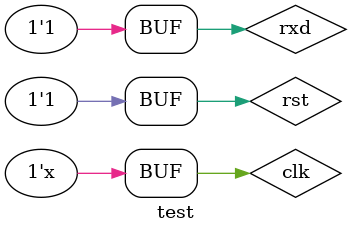
<source format=v>
`timescale 1ns / 1ps

module test;

	reg rxd;
	reg clk;
	reg rst;
	wire [7:0] word;

	recieve uut (
		.rxd(rxd), 
		.clk(clk), 
		.rst(rst), 
		.word(word)
	);

	initial begin
		rxd = 1;
		clk = 0;
		rst = 0;
	end
	
	always begin
		# 1 clk = ~clk;
	end
	
	always begin
		# 16 rxd = 0;
		# 20 rxd = 1;
	end
	
	always begin
		# 200 rst = 1;
	end
      
endmodule


</source>
